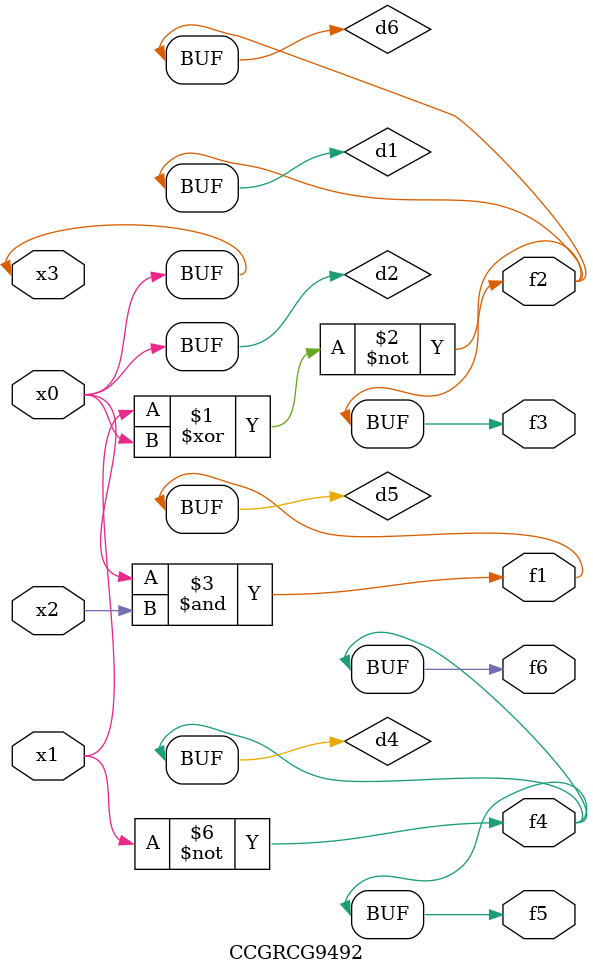
<source format=v>
module CCGRCG9492(
	input x0, x1, x2, x3,
	output f1, f2, f3, f4, f5, f6
);

	wire d1, d2, d3, d4, d5, d6;

	xnor (d1, x1, x3);
	buf (d2, x0, x3);
	nand (d3, x0, x2);
	not (d4, x1);
	nand (d5, d3);
	or (d6, d1);
	assign f1 = d5;
	assign f2 = d6;
	assign f3 = d6;
	assign f4 = d4;
	assign f5 = d4;
	assign f6 = d4;
endmodule

</source>
